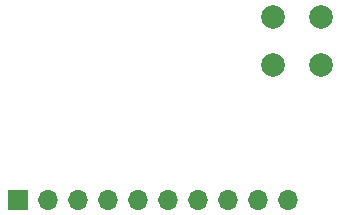
<source format=gbs>
G04 #@! TF.GenerationSoftware,KiCad,Pcbnew,(5.99.0-6951-g72beaf1538)*
G04 #@! TF.CreationDate,2020-12-06T23:29:21+11:00*
G04 #@! TF.ProjectId,MCP39F511_Breakout,4d435033-3946-4353-9131-5f427265616b,rev?*
G04 #@! TF.SameCoordinates,Original*
G04 #@! TF.FileFunction,Soldermask,Bot*
G04 #@! TF.FilePolarity,Negative*
%FSLAX46Y46*%
G04 Gerber Fmt 4.6, Leading zero omitted, Abs format (unit mm)*
G04 Created by KiCad (PCBNEW (5.99.0-6951-g72beaf1538)) date 2020-12-06 23:29:21*
%MOMM*%
%LPD*%
G01*
G04 APERTURE LIST*
%ADD10R,1.700000X1.700000*%
%ADD11O,1.700000X1.700000*%
%ADD12C,2.000000*%
G04 APERTURE END LIST*
D10*
X116840000Y-116840000D03*
D11*
X119380000Y-116840000D03*
X121920000Y-116840000D03*
X124460000Y-116840000D03*
X127000000Y-116840000D03*
X129540000Y-116840000D03*
X132080000Y-116840000D03*
X134620000Y-116840000D03*
X137160000Y-116840000D03*
X139700000Y-116840000D03*
D12*
X138430000Y-101360000D03*
X142480000Y-105410000D03*
X138430000Y-105410000D03*
X142480000Y-101360000D03*
M02*

</source>
